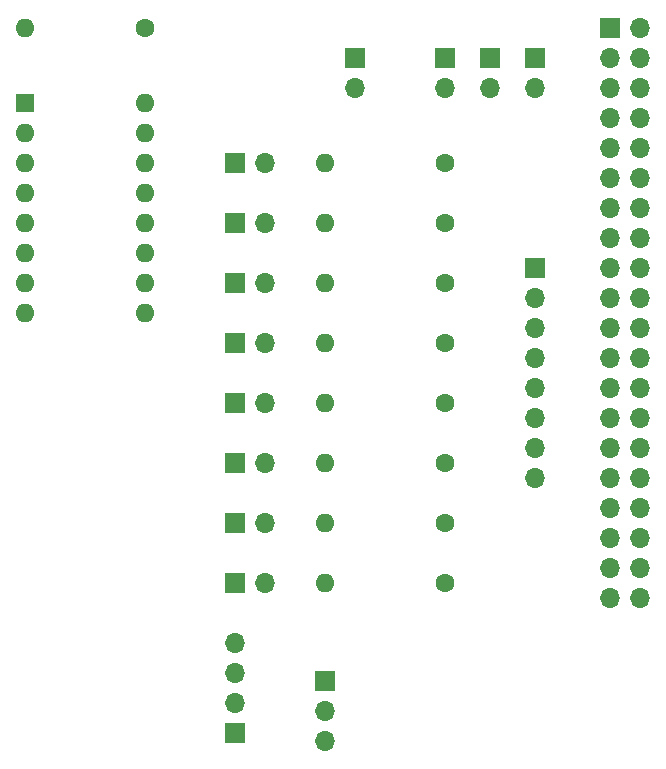
<source format=gbr>
G04 #@! TF.FileFunction,Soldermask,Bot*
%FSLAX46Y46*%
G04 Gerber Fmt 4.6, Leading zero omitted, Abs format (unit mm)*
G04 Created by KiCad (PCBNEW 4.0.6) date Wed Dec  6 21:31:40 2017*
%MOMM*%
%LPD*%
G01*
G04 APERTURE LIST*
%ADD10C,0.100000*%
%ADD11R,1.700000X1.700000*%
%ADD12O,1.700000X1.700000*%
%ADD13C,1.600000*%
%ADD14O,1.600000X1.600000*%
%ADD15R,1.600000X1.600000*%
G04 APERTURE END LIST*
D10*
D11*
X148590000Y-151130000D03*
D12*
X148590000Y-148590000D03*
X148590000Y-146050000D03*
X148590000Y-143510000D03*
D11*
X180340000Y-91440000D03*
D12*
X182880000Y-91440000D03*
X180340000Y-93980000D03*
X182880000Y-93980000D03*
X180340000Y-96520000D03*
X182880000Y-96520000D03*
X180340000Y-99060000D03*
X182880000Y-99060000D03*
X180340000Y-101600000D03*
X182880000Y-101600000D03*
X180340000Y-104140000D03*
X182880000Y-104140000D03*
X180340000Y-106680000D03*
X182880000Y-106680000D03*
X180340000Y-109220000D03*
X182880000Y-109220000D03*
X180340000Y-111760000D03*
X182880000Y-111760000D03*
X180340000Y-114300000D03*
X182880000Y-114300000D03*
X180340000Y-116840000D03*
X182880000Y-116840000D03*
X180340000Y-119380000D03*
X182880000Y-119380000D03*
X180340000Y-121920000D03*
X182880000Y-121920000D03*
X180340000Y-124460000D03*
X182880000Y-124460000D03*
X180340000Y-127000000D03*
X182880000Y-127000000D03*
X180340000Y-129540000D03*
X182880000Y-129540000D03*
X180340000Y-132080000D03*
X182880000Y-132080000D03*
X180340000Y-134620000D03*
X182880000Y-134620000D03*
X180340000Y-137160000D03*
X182880000Y-137160000D03*
X180340000Y-139700000D03*
X182880000Y-139700000D03*
D11*
X156210000Y-146685000D03*
D12*
X156210000Y-149225000D03*
X156210000Y-151765000D03*
D11*
X173990000Y-93980000D03*
D12*
X173990000Y-96520000D03*
D11*
X158750000Y-93980000D03*
D12*
X158750000Y-96520000D03*
D11*
X170180000Y-93980000D03*
D12*
X170180000Y-96520000D03*
D11*
X166370000Y-93980000D03*
D12*
X166370000Y-96520000D03*
D11*
X148590000Y-138430000D03*
D12*
X151130000Y-138430000D03*
D11*
X148590000Y-133350000D03*
D12*
X151130000Y-133350000D03*
D11*
X148590000Y-128270000D03*
D12*
X151130000Y-128270000D03*
D11*
X148590000Y-123190000D03*
D12*
X151130000Y-123190000D03*
D11*
X148590000Y-118110000D03*
D12*
X151130000Y-118110000D03*
D11*
X148590000Y-113030000D03*
D12*
X151130000Y-113030000D03*
D11*
X148590000Y-107950000D03*
D12*
X151130000Y-107950000D03*
D11*
X148590000Y-102870000D03*
D12*
X151130000Y-102870000D03*
D13*
X140970000Y-91440000D03*
D14*
X130810000Y-91440000D03*
D13*
X166370000Y-138430000D03*
D14*
X156210000Y-138430000D03*
D13*
X166370000Y-133350000D03*
D14*
X156210000Y-133350000D03*
D13*
X166370000Y-128270000D03*
D14*
X156210000Y-128270000D03*
D13*
X166370000Y-123190000D03*
D14*
X156210000Y-123190000D03*
D13*
X166370000Y-118110000D03*
D14*
X156210000Y-118110000D03*
D13*
X166370000Y-113030000D03*
D14*
X156210000Y-113030000D03*
D13*
X166370000Y-107950000D03*
D14*
X156210000Y-107950000D03*
D13*
X166370000Y-102870000D03*
D14*
X156210000Y-102870000D03*
D11*
X173990000Y-111760000D03*
D12*
X173990000Y-114300000D03*
X173990000Y-116840000D03*
X173990000Y-119380000D03*
X173990000Y-121920000D03*
X173990000Y-124460000D03*
X173990000Y-127000000D03*
X173990000Y-129540000D03*
D15*
X130810000Y-97790000D03*
D14*
X140970000Y-115570000D03*
X130810000Y-100330000D03*
X140970000Y-113030000D03*
X130810000Y-102870000D03*
X140970000Y-110490000D03*
X130810000Y-105410000D03*
X140970000Y-107950000D03*
X130810000Y-107950000D03*
X140970000Y-105410000D03*
X130810000Y-110490000D03*
X140970000Y-102870000D03*
X130810000Y-113030000D03*
X140970000Y-100330000D03*
X130810000Y-115570000D03*
X140970000Y-97790000D03*
M02*

</source>
